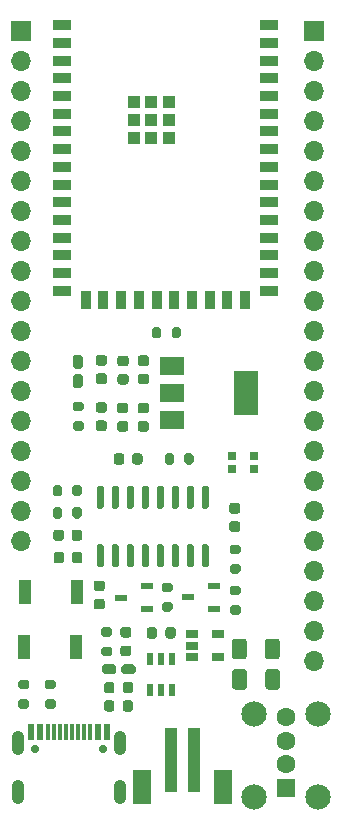
<source format=gbr>
%TF.GenerationSoftware,KiCad,Pcbnew,5.1.10-88a1d61d58~90~ubuntu20.04.1*%
%TF.CreationDate,2021-07-14T19:36:45+05:30*%
%TF.ProjectId,USBee32-S2,55534265-6533-4322-9d53-322e6b696361,rev?*%
%TF.SameCoordinates,Original*%
%TF.FileFunction,Soldermask,Top*%
%TF.FilePolarity,Negative*%
%FSLAX46Y46*%
G04 Gerber Fmt 4.6, Leading zero omitted, Abs format (unit mm)*
G04 Created by KiCad (PCBNEW 5.1.10-88a1d61d58~90~ubuntu20.04.1) date 2021-07-14 19:36:45*
%MOMM*%
%LPD*%
G01*
G04 APERTURE LIST*
%ADD10R,1.600000X3.000000*%
%ADD11R,1.000000X5.500000*%
%ADD12R,0.600000X1.125000*%
%ADD13R,1.050000X0.600000*%
%ADD14R,1.060000X0.650000*%
%ADD15R,2.000000X1.500000*%
%ADD16R,2.000000X3.800000*%
%ADD17R,1.100000X1.100000*%
%ADD18R,1.500000X0.900000*%
%ADD19R,0.900000X1.500000*%
%ADD20C,0.700000*%
%ADD21O,1.050000X2.100000*%
%ADD22R,0.600000X1.450000*%
%ADD23R,0.300000X1.450000*%
%ADD24R,0.700000X0.700000*%
%ADD25C,2.150000*%
%ADD26R,1.600000X1.600000*%
%ADD27C,1.600000*%
%ADD28O,1.700000X1.700000*%
%ADD29R,1.700000X1.700000*%
%ADD30R,1.000000X2.000000*%
G04 APERTURE END LIST*
G36*
G01*
X186580700Y-112312200D02*
X186580700Y-113562200D01*
G75*
G02*
X186330700Y-113812200I-250000J0D01*
G01*
X185580700Y-113812200D01*
G75*
G02*
X185330700Y-113562200I0J250000D01*
G01*
X185330700Y-112312200D01*
G75*
G02*
X185580700Y-112062200I250000J0D01*
G01*
X186330700Y-112062200D01*
G75*
G02*
X186580700Y-112312200I0J-250000D01*
G01*
G37*
G36*
G01*
X189380700Y-112312200D02*
X189380700Y-113562200D01*
G75*
G02*
X189130700Y-113812200I-250000J0D01*
G01*
X188380700Y-113812200D01*
G75*
G02*
X188130700Y-113562200I0J250000D01*
G01*
X188130700Y-112312200D01*
G75*
G02*
X188380700Y-112062200I250000J0D01*
G01*
X189130700Y-112062200D01*
G75*
G02*
X189380700Y-112312200I0J-250000D01*
G01*
G37*
G36*
G01*
X178970000Y-108743750D02*
X178970000Y-109256250D01*
G75*
G02*
X178751250Y-109475000I-218750J0D01*
G01*
X178313750Y-109475000D01*
G75*
G02*
X178095000Y-109256250I0J218750D01*
G01*
X178095000Y-108743750D01*
G75*
G02*
X178313750Y-108525000I218750J0D01*
G01*
X178751250Y-108525000D01*
G75*
G02*
X178970000Y-108743750I0J-218750D01*
G01*
G37*
G36*
G01*
X180545000Y-108743750D02*
X180545000Y-109256250D01*
G75*
G02*
X180326250Y-109475000I-218750J0D01*
G01*
X179888750Y-109475000D01*
G75*
G02*
X179670000Y-109256250I0J218750D01*
G01*
X179670000Y-108743750D01*
G75*
G02*
X179888750Y-108525000I218750J0D01*
G01*
X180326250Y-108525000D01*
G75*
G02*
X180545000Y-108743750I0J-218750D01*
G01*
G37*
D10*
X177721400Y-122047360D03*
X184521400Y-122047360D03*
D11*
X180121400Y-119797360D03*
X182121400Y-119797360D03*
D12*
X180230000Y-111168000D03*
X179280000Y-111168000D03*
X178330000Y-111168000D03*
X178330000Y-113792000D03*
X179280000Y-113792000D03*
X180230000Y-113792000D03*
G36*
G01*
X176585150Y-109389300D02*
X176072650Y-109389300D01*
G75*
G02*
X175853900Y-109170550I0J218750D01*
G01*
X175853900Y-108733050D01*
G75*
G02*
X176072650Y-108514300I218750J0D01*
G01*
X176585150Y-108514300D01*
G75*
G02*
X176803900Y-108733050I0J-218750D01*
G01*
X176803900Y-109170550D01*
G75*
G02*
X176585150Y-109389300I-218750J0D01*
G01*
G37*
G36*
G01*
X176585150Y-110964300D02*
X176072650Y-110964300D01*
G75*
G02*
X175853900Y-110745550I0J218750D01*
G01*
X175853900Y-110308050D01*
G75*
G02*
X176072650Y-110089300I218750J0D01*
G01*
X176585150Y-110089300D01*
G75*
G02*
X176803900Y-110308050I0J-218750D01*
G01*
X176803900Y-110745550D01*
G75*
G02*
X176585150Y-110964300I-218750J0D01*
G01*
G37*
G36*
G01*
X170205000Y-113760000D02*
X169655000Y-113760000D01*
G75*
G02*
X169455000Y-113560000I0J200000D01*
G01*
X169455000Y-113160000D01*
G75*
G02*
X169655000Y-112960000I200000J0D01*
G01*
X170205000Y-112960000D01*
G75*
G02*
X170405000Y-113160000I0J-200000D01*
G01*
X170405000Y-113560000D01*
G75*
G02*
X170205000Y-113760000I-200000J0D01*
G01*
G37*
G36*
G01*
X170205000Y-115410000D02*
X169655000Y-115410000D01*
G75*
G02*
X169455000Y-115210000I0J200000D01*
G01*
X169455000Y-114810000D01*
G75*
G02*
X169655000Y-114610000I200000J0D01*
G01*
X170205000Y-114610000D01*
G75*
G02*
X170405000Y-114810000I0J-200000D01*
G01*
X170405000Y-115210000D01*
G75*
G02*
X170205000Y-115410000I-200000J0D01*
G01*
G37*
D13*
X181594800Y-105990300D03*
X183794800Y-105040300D03*
X183794800Y-106940300D03*
X175892500Y-106015700D03*
X178092500Y-105065700D03*
X178092500Y-106965700D03*
D14*
X184100000Y-109120000D03*
X184100000Y-111020000D03*
X181900000Y-111020000D03*
X181900000Y-110070000D03*
X181900000Y-109120000D03*
G36*
G01*
X180415600Y-93993200D02*
X180415600Y-94543200D01*
G75*
G02*
X180215600Y-94743200I-200000J0D01*
G01*
X179815600Y-94743200D01*
G75*
G02*
X179615600Y-94543200I0J200000D01*
G01*
X179615600Y-93993200D01*
G75*
G02*
X179815600Y-93793200I200000J0D01*
G01*
X180215600Y-93793200D01*
G75*
G02*
X180415600Y-93993200I0J-200000D01*
G01*
G37*
G36*
G01*
X182065600Y-93993200D02*
X182065600Y-94543200D01*
G75*
G02*
X181865600Y-94743200I-200000J0D01*
G01*
X181465600Y-94743200D01*
G75*
G02*
X181265600Y-94543200I0J200000D01*
G01*
X181265600Y-93993200D01*
G75*
G02*
X181465600Y-93793200I200000J0D01*
G01*
X181865600Y-93793200D01*
G75*
G02*
X182065600Y-93993200I0J-200000D01*
G01*
G37*
G36*
G01*
X182887700Y-101495900D02*
X183187700Y-101495900D01*
G75*
G02*
X183337700Y-101645900I0J-150000D01*
G01*
X183337700Y-103295900D01*
G75*
G02*
X183187700Y-103445900I-150000J0D01*
G01*
X182887700Y-103445900D01*
G75*
G02*
X182737700Y-103295900I0J150000D01*
G01*
X182737700Y-101645900D01*
G75*
G02*
X182887700Y-101495900I150000J0D01*
G01*
G37*
G36*
G01*
X181617700Y-101495900D02*
X181917700Y-101495900D01*
G75*
G02*
X182067700Y-101645900I0J-150000D01*
G01*
X182067700Y-103295900D01*
G75*
G02*
X181917700Y-103445900I-150000J0D01*
G01*
X181617700Y-103445900D01*
G75*
G02*
X181467700Y-103295900I0J150000D01*
G01*
X181467700Y-101645900D01*
G75*
G02*
X181617700Y-101495900I150000J0D01*
G01*
G37*
G36*
G01*
X180347700Y-101495900D02*
X180647700Y-101495900D01*
G75*
G02*
X180797700Y-101645900I0J-150000D01*
G01*
X180797700Y-103295900D01*
G75*
G02*
X180647700Y-103445900I-150000J0D01*
G01*
X180347700Y-103445900D01*
G75*
G02*
X180197700Y-103295900I0J150000D01*
G01*
X180197700Y-101645900D01*
G75*
G02*
X180347700Y-101495900I150000J0D01*
G01*
G37*
G36*
G01*
X179077700Y-101495900D02*
X179377700Y-101495900D01*
G75*
G02*
X179527700Y-101645900I0J-150000D01*
G01*
X179527700Y-103295900D01*
G75*
G02*
X179377700Y-103445900I-150000J0D01*
G01*
X179077700Y-103445900D01*
G75*
G02*
X178927700Y-103295900I0J150000D01*
G01*
X178927700Y-101645900D01*
G75*
G02*
X179077700Y-101495900I150000J0D01*
G01*
G37*
G36*
G01*
X177807700Y-101495900D02*
X178107700Y-101495900D01*
G75*
G02*
X178257700Y-101645900I0J-150000D01*
G01*
X178257700Y-103295900D01*
G75*
G02*
X178107700Y-103445900I-150000J0D01*
G01*
X177807700Y-103445900D01*
G75*
G02*
X177657700Y-103295900I0J150000D01*
G01*
X177657700Y-101645900D01*
G75*
G02*
X177807700Y-101495900I150000J0D01*
G01*
G37*
G36*
G01*
X176537700Y-101495900D02*
X176837700Y-101495900D01*
G75*
G02*
X176987700Y-101645900I0J-150000D01*
G01*
X176987700Y-103295900D01*
G75*
G02*
X176837700Y-103445900I-150000J0D01*
G01*
X176537700Y-103445900D01*
G75*
G02*
X176387700Y-103295900I0J150000D01*
G01*
X176387700Y-101645900D01*
G75*
G02*
X176537700Y-101495900I150000J0D01*
G01*
G37*
G36*
G01*
X175267700Y-101495900D02*
X175567700Y-101495900D01*
G75*
G02*
X175717700Y-101645900I0J-150000D01*
G01*
X175717700Y-103295900D01*
G75*
G02*
X175567700Y-103445900I-150000J0D01*
G01*
X175267700Y-103445900D01*
G75*
G02*
X175117700Y-103295900I0J150000D01*
G01*
X175117700Y-101645900D01*
G75*
G02*
X175267700Y-101495900I150000J0D01*
G01*
G37*
G36*
G01*
X173997700Y-101495900D02*
X174297700Y-101495900D01*
G75*
G02*
X174447700Y-101645900I0J-150000D01*
G01*
X174447700Y-103295900D01*
G75*
G02*
X174297700Y-103445900I-150000J0D01*
G01*
X173997700Y-103445900D01*
G75*
G02*
X173847700Y-103295900I0J150000D01*
G01*
X173847700Y-101645900D01*
G75*
G02*
X173997700Y-101495900I150000J0D01*
G01*
G37*
G36*
G01*
X173997700Y-96545900D02*
X174297700Y-96545900D01*
G75*
G02*
X174447700Y-96695900I0J-150000D01*
G01*
X174447700Y-98345900D01*
G75*
G02*
X174297700Y-98495900I-150000J0D01*
G01*
X173997700Y-98495900D01*
G75*
G02*
X173847700Y-98345900I0J150000D01*
G01*
X173847700Y-96695900D01*
G75*
G02*
X173997700Y-96545900I150000J0D01*
G01*
G37*
G36*
G01*
X175267700Y-96545900D02*
X175567700Y-96545900D01*
G75*
G02*
X175717700Y-96695900I0J-150000D01*
G01*
X175717700Y-98345900D01*
G75*
G02*
X175567700Y-98495900I-150000J0D01*
G01*
X175267700Y-98495900D01*
G75*
G02*
X175117700Y-98345900I0J150000D01*
G01*
X175117700Y-96695900D01*
G75*
G02*
X175267700Y-96545900I150000J0D01*
G01*
G37*
G36*
G01*
X176537700Y-96545900D02*
X176837700Y-96545900D01*
G75*
G02*
X176987700Y-96695900I0J-150000D01*
G01*
X176987700Y-98345900D01*
G75*
G02*
X176837700Y-98495900I-150000J0D01*
G01*
X176537700Y-98495900D01*
G75*
G02*
X176387700Y-98345900I0J150000D01*
G01*
X176387700Y-96695900D01*
G75*
G02*
X176537700Y-96545900I150000J0D01*
G01*
G37*
G36*
G01*
X177807700Y-96545900D02*
X178107700Y-96545900D01*
G75*
G02*
X178257700Y-96695900I0J-150000D01*
G01*
X178257700Y-98345900D01*
G75*
G02*
X178107700Y-98495900I-150000J0D01*
G01*
X177807700Y-98495900D01*
G75*
G02*
X177657700Y-98345900I0J150000D01*
G01*
X177657700Y-96695900D01*
G75*
G02*
X177807700Y-96545900I150000J0D01*
G01*
G37*
G36*
G01*
X179077700Y-96545900D02*
X179377700Y-96545900D01*
G75*
G02*
X179527700Y-96695900I0J-150000D01*
G01*
X179527700Y-98345900D01*
G75*
G02*
X179377700Y-98495900I-150000J0D01*
G01*
X179077700Y-98495900D01*
G75*
G02*
X178927700Y-98345900I0J150000D01*
G01*
X178927700Y-96695900D01*
G75*
G02*
X179077700Y-96545900I150000J0D01*
G01*
G37*
G36*
G01*
X180347700Y-96545900D02*
X180647700Y-96545900D01*
G75*
G02*
X180797700Y-96695900I0J-150000D01*
G01*
X180797700Y-98345900D01*
G75*
G02*
X180647700Y-98495900I-150000J0D01*
G01*
X180347700Y-98495900D01*
G75*
G02*
X180197700Y-98345900I0J150000D01*
G01*
X180197700Y-96695900D01*
G75*
G02*
X180347700Y-96545900I150000J0D01*
G01*
G37*
G36*
G01*
X181617700Y-96545900D02*
X181917700Y-96545900D01*
G75*
G02*
X182067700Y-96695900I0J-150000D01*
G01*
X182067700Y-98345900D01*
G75*
G02*
X181917700Y-98495900I-150000J0D01*
G01*
X181617700Y-98495900D01*
G75*
G02*
X181467700Y-98345900I0J150000D01*
G01*
X181467700Y-96695900D01*
G75*
G02*
X181617700Y-96545900I150000J0D01*
G01*
G37*
G36*
G01*
X182887700Y-96545900D02*
X183187700Y-96545900D01*
G75*
G02*
X183337700Y-96695900I0J-150000D01*
G01*
X183337700Y-98345900D01*
G75*
G02*
X183187700Y-98495900I-150000J0D01*
G01*
X182887700Y-98495900D01*
G75*
G02*
X182737700Y-98345900I0J150000D01*
G01*
X182737700Y-96695900D01*
G75*
G02*
X182887700Y-96545900I150000J0D01*
G01*
G37*
D15*
X180192500Y-86392900D03*
X180192500Y-90992900D03*
X180192500Y-88692900D03*
D16*
X186492500Y-88692900D03*
D17*
X176990000Y-64090000D03*
X178490000Y-64090000D03*
X179990000Y-64090000D03*
X179990000Y-65590000D03*
X179990000Y-67090000D03*
X178490000Y-67090000D03*
X176990000Y-67090000D03*
X176990000Y-65590000D03*
X178490000Y-65590000D03*
D18*
X188430000Y-57540000D03*
X188430000Y-59040000D03*
X188430000Y-60540000D03*
X188430000Y-62040000D03*
X188430000Y-63540000D03*
X188430000Y-65040000D03*
X188430000Y-66540000D03*
X188430000Y-68040000D03*
X188430000Y-69540000D03*
X188430000Y-71040000D03*
X188430000Y-72540000D03*
X188430000Y-74040000D03*
X188430000Y-75540000D03*
X188430000Y-77040000D03*
X188430000Y-78540000D03*
X188430000Y-80040000D03*
D19*
X186430000Y-80790000D03*
X184930000Y-80790000D03*
X183430000Y-80790000D03*
X181930000Y-80790000D03*
X180430000Y-80790000D03*
X178930000Y-80790000D03*
X177430000Y-80790000D03*
X175930000Y-80790000D03*
X174430000Y-80790000D03*
X172930000Y-80790000D03*
D18*
X170930000Y-80040000D03*
X170930000Y-78540000D03*
X170930000Y-77040000D03*
X170930000Y-75540000D03*
X170930000Y-74040000D03*
X170930000Y-72540000D03*
X170930000Y-71040000D03*
X170930000Y-69540000D03*
X170930000Y-68040000D03*
X170930000Y-66540000D03*
X170930000Y-65040000D03*
X170930000Y-63540000D03*
X170930000Y-62040000D03*
X170930000Y-60540000D03*
X170930000Y-59040000D03*
X170930000Y-57540000D03*
D20*
X174397500Y-118809280D03*
X168617500Y-118809280D03*
D21*
X175827500Y-122459280D03*
X167187500Y-122459280D03*
X175827500Y-118279280D03*
X167187500Y-118279280D03*
D22*
X174757500Y-117364280D03*
X173957500Y-117364280D03*
D23*
X173257500Y-117364280D03*
X172757500Y-117364280D03*
X172257500Y-117364280D03*
X171757500Y-117364280D03*
X169757500Y-117364280D03*
X170257500Y-117364280D03*
X170757500Y-117364280D03*
X171257500Y-117364280D03*
D22*
X169057500Y-117364280D03*
X168257500Y-117364280D03*
G36*
G01*
X170941400Y-96672900D02*
X170941400Y-97222900D01*
G75*
G02*
X170741400Y-97422900I-200000J0D01*
G01*
X170341400Y-97422900D01*
G75*
G02*
X170141400Y-97222900I0J200000D01*
G01*
X170141400Y-96672900D01*
G75*
G02*
X170341400Y-96472900I200000J0D01*
G01*
X170741400Y-96472900D01*
G75*
G02*
X170941400Y-96672900I0J-200000D01*
G01*
G37*
G36*
G01*
X172591400Y-96672900D02*
X172591400Y-97222900D01*
G75*
G02*
X172391400Y-97422900I-200000J0D01*
G01*
X171991400Y-97422900D01*
G75*
G02*
X171791400Y-97222900I0J200000D01*
G01*
X171791400Y-96672900D01*
G75*
G02*
X171991400Y-96472900I200000J0D01*
G01*
X172391400Y-96472900D01*
G75*
G02*
X172591400Y-96672900I0J-200000D01*
G01*
G37*
G36*
G01*
X175933740Y-112301300D02*
X175933740Y-111876300D01*
G75*
G02*
X176146240Y-111663800I212500J0D01*
G01*
X176946240Y-111663800D01*
G75*
G02*
X177158740Y-111876300I0J-212500D01*
G01*
X177158740Y-112301300D01*
G75*
G02*
X176946240Y-112513800I-212500J0D01*
G01*
X176146240Y-112513800D01*
G75*
G02*
X175933740Y-112301300I0J212500D01*
G01*
G37*
G36*
G01*
X174308740Y-112301300D02*
X174308740Y-111876300D01*
G75*
G02*
X174521240Y-111663800I212500J0D01*
G01*
X175321240Y-111663800D01*
G75*
G02*
X175533740Y-111876300I0J-212500D01*
G01*
X175533740Y-112301300D01*
G75*
G02*
X175321240Y-112513800I-212500J0D01*
G01*
X174521240Y-112513800D01*
G75*
G02*
X174308740Y-112301300I0J212500D01*
G01*
G37*
G36*
G01*
X175363740Y-113374240D02*
X175363740Y-113886740D01*
G75*
G02*
X175144990Y-114105490I-218750J0D01*
G01*
X174707490Y-114105490D01*
G75*
G02*
X174488740Y-113886740I0J218750D01*
G01*
X174488740Y-113374240D01*
G75*
G02*
X174707490Y-113155490I218750J0D01*
G01*
X175144990Y-113155490D01*
G75*
G02*
X175363740Y-113374240I0J-218750D01*
G01*
G37*
G36*
G01*
X176938740Y-113374240D02*
X176938740Y-113886740D01*
G75*
G02*
X176719990Y-114105490I-218750J0D01*
G01*
X176282490Y-114105490D01*
G75*
G02*
X176063740Y-113886740I0J218750D01*
G01*
X176063740Y-113374240D01*
G75*
G02*
X176282490Y-113155490I218750J0D01*
G01*
X176719990Y-113155490D01*
G75*
G02*
X176938740Y-113374240I0J-218750D01*
G01*
G37*
G36*
G01*
X175363740Y-114925930D02*
X175363740Y-115438430D01*
G75*
G02*
X175144990Y-115657180I-218750J0D01*
G01*
X174707490Y-115657180D01*
G75*
G02*
X174488740Y-115438430I0J218750D01*
G01*
X174488740Y-114925930D01*
G75*
G02*
X174707490Y-114707180I218750J0D01*
G01*
X175144990Y-114707180D01*
G75*
G02*
X175363740Y-114925930I0J-218750D01*
G01*
G37*
G36*
G01*
X176938740Y-114925930D02*
X176938740Y-115438430D01*
G75*
G02*
X176719990Y-115657180I-218750J0D01*
G01*
X176282490Y-115657180D01*
G75*
G02*
X176063740Y-115438430I0J218750D01*
G01*
X176063740Y-114925930D01*
G75*
G02*
X176282490Y-114707180I218750J0D01*
G01*
X176719990Y-114707180D01*
G75*
G02*
X176938740Y-114925930I0J-218750D01*
G01*
G37*
D24*
X185330720Y-95117920D03*
X185330720Y-94017920D03*
X187160720Y-94017920D03*
X187160720Y-95117920D03*
D25*
X187192340Y-122854000D03*
X187192340Y-115854000D03*
X192632340Y-115854000D03*
X192632340Y-122854000D03*
D26*
X189912340Y-122124000D03*
D27*
X189912340Y-120124000D03*
X189912340Y-118124000D03*
X189912340Y-116124000D03*
G36*
G01*
X174978300Y-109327000D02*
X174428300Y-109327000D01*
G75*
G02*
X174228300Y-109127000I0J200000D01*
G01*
X174228300Y-108727000D01*
G75*
G02*
X174428300Y-108527000I200000J0D01*
G01*
X174978300Y-108527000D01*
G75*
G02*
X175178300Y-108727000I0J-200000D01*
G01*
X175178300Y-109127000D01*
G75*
G02*
X174978300Y-109327000I-200000J0D01*
G01*
G37*
G36*
G01*
X174978300Y-110977000D02*
X174428300Y-110977000D01*
G75*
G02*
X174228300Y-110777000I0J200000D01*
G01*
X174228300Y-110377000D01*
G75*
G02*
X174428300Y-110177000I200000J0D01*
G01*
X174978300Y-110177000D01*
G75*
G02*
X175178300Y-110377000I0J-200000D01*
G01*
X175178300Y-110777000D01*
G75*
G02*
X174978300Y-110977000I-200000J0D01*
G01*
G37*
G36*
G01*
X175840800Y-87074800D02*
X176340800Y-87074800D01*
G75*
G02*
X176565800Y-87299800I0J-225000D01*
G01*
X176565800Y-87749800D01*
G75*
G02*
X176340800Y-87974800I-225000J0D01*
G01*
X175840800Y-87974800D01*
G75*
G02*
X175615800Y-87749800I0J225000D01*
G01*
X175615800Y-87299800D01*
G75*
G02*
X175840800Y-87074800I225000J0D01*
G01*
G37*
G36*
G01*
X175840800Y-85524800D02*
X176340800Y-85524800D01*
G75*
G02*
X176565800Y-85749800I0J-225000D01*
G01*
X176565800Y-86199800D01*
G75*
G02*
X176340800Y-86424800I-225000J0D01*
G01*
X175840800Y-86424800D01*
G75*
G02*
X175615800Y-86199800I0J225000D01*
G01*
X175615800Y-85749800D01*
G75*
G02*
X175840800Y-85524800I225000J0D01*
G01*
G37*
G36*
G01*
X175802700Y-91062300D02*
X176302700Y-91062300D01*
G75*
G02*
X176527700Y-91287300I0J-225000D01*
G01*
X176527700Y-91737300D01*
G75*
G02*
X176302700Y-91962300I-225000J0D01*
G01*
X175802700Y-91962300D01*
G75*
G02*
X175577700Y-91737300I0J225000D01*
G01*
X175577700Y-91287300D01*
G75*
G02*
X175802700Y-91062300I225000J0D01*
G01*
G37*
G36*
G01*
X175802700Y-89512300D02*
X176302700Y-89512300D01*
G75*
G02*
X176527700Y-89737300I0J-225000D01*
G01*
X176527700Y-90187300D01*
G75*
G02*
X176302700Y-90412300I-225000J0D01*
G01*
X175802700Y-90412300D01*
G75*
G02*
X175577700Y-90187300I0J225000D01*
G01*
X175577700Y-89737300D01*
G75*
G02*
X175802700Y-89512300I225000J0D01*
G01*
G37*
G36*
G01*
X188105300Y-110984100D02*
X188105300Y-109734100D01*
G75*
G02*
X188355300Y-109484100I250000J0D01*
G01*
X189105300Y-109484100D01*
G75*
G02*
X189355300Y-109734100I0J-250000D01*
G01*
X189355300Y-110984100D01*
G75*
G02*
X189105300Y-111234100I-250000J0D01*
G01*
X188355300Y-111234100D01*
G75*
G02*
X188105300Y-110984100I0J250000D01*
G01*
G37*
G36*
G01*
X185305300Y-110984100D02*
X185305300Y-109734100D01*
G75*
G02*
X185555300Y-109484100I250000J0D01*
G01*
X186305300Y-109484100D01*
G75*
G02*
X186555300Y-109734100I0J-250000D01*
G01*
X186555300Y-110984100D01*
G75*
G02*
X186305300Y-111234100I-250000J0D01*
G01*
X185555300Y-111234100D01*
G75*
G02*
X185305300Y-110984100I0J250000D01*
G01*
G37*
D28*
X192220000Y-111355000D03*
X192220000Y-108815000D03*
X192220000Y-106275000D03*
X192220000Y-103735000D03*
X192220000Y-101195000D03*
X192220000Y-98655000D03*
X192220000Y-96115000D03*
X192220000Y-93575000D03*
X192220000Y-91035000D03*
X192220000Y-88495000D03*
X192220000Y-85955000D03*
X192220000Y-83415000D03*
X192220000Y-80875000D03*
X192220000Y-78335000D03*
X192220000Y-75795000D03*
X192220000Y-73255000D03*
X192220000Y-70715000D03*
X192220000Y-68175000D03*
X192220000Y-65635000D03*
X192220000Y-63095000D03*
X192220000Y-60555000D03*
D29*
X192220000Y-58015000D03*
G36*
G01*
X185789600Y-98896200D02*
X185289600Y-98896200D01*
G75*
G02*
X185064600Y-98671200I0J225000D01*
G01*
X185064600Y-98221200D01*
G75*
G02*
X185289600Y-97996200I225000J0D01*
G01*
X185789600Y-97996200D01*
G75*
G02*
X186014600Y-98221200I0J-225000D01*
G01*
X186014600Y-98671200D01*
G75*
G02*
X185789600Y-98896200I-225000J0D01*
G01*
G37*
G36*
G01*
X185789600Y-100446200D02*
X185289600Y-100446200D01*
G75*
G02*
X185064600Y-100221200I0J225000D01*
G01*
X185064600Y-99771200D01*
G75*
G02*
X185289600Y-99546200I225000J0D01*
G01*
X185789600Y-99546200D01*
G75*
G02*
X186014600Y-99771200I0J-225000D01*
G01*
X186014600Y-100221200D01*
G75*
G02*
X185789600Y-100446200I-225000J0D01*
G01*
G37*
D30*
X172156700Y-105558500D03*
X167756700Y-105558500D03*
X172118600Y-110194000D03*
X167718600Y-110194000D03*
G36*
G01*
X179549600Y-106389900D02*
X180099600Y-106389900D01*
G75*
G02*
X180299600Y-106589900I0J-200000D01*
G01*
X180299600Y-106989900D01*
G75*
G02*
X180099600Y-107189900I-200000J0D01*
G01*
X179549600Y-107189900D01*
G75*
G02*
X179349600Y-106989900I0J200000D01*
G01*
X179349600Y-106589900D01*
G75*
G02*
X179549600Y-106389900I200000J0D01*
G01*
G37*
G36*
G01*
X179549600Y-104739900D02*
X180099600Y-104739900D01*
G75*
G02*
X180299600Y-104939900I0J-200000D01*
G01*
X180299600Y-105339900D01*
G75*
G02*
X180099600Y-105539900I-200000J0D01*
G01*
X179549600Y-105539900D01*
G75*
G02*
X179349600Y-105339900I0J200000D01*
G01*
X179349600Y-104939900D01*
G75*
G02*
X179549600Y-104739900I200000J0D01*
G01*
G37*
G36*
G01*
X172018500Y-91074200D02*
X172568500Y-91074200D01*
G75*
G02*
X172768500Y-91274200I0J-200000D01*
G01*
X172768500Y-91674200D01*
G75*
G02*
X172568500Y-91874200I-200000J0D01*
G01*
X172018500Y-91874200D01*
G75*
G02*
X171818500Y-91674200I0J200000D01*
G01*
X171818500Y-91274200D01*
G75*
G02*
X172018500Y-91074200I200000J0D01*
G01*
G37*
G36*
G01*
X172018500Y-89424200D02*
X172568500Y-89424200D01*
G75*
G02*
X172768500Y-89624200I0J-200000D01*
G01*
X172768500Y-90024200D01*
G75*
G02*
X172568500Y-90224200I-200000J0D01*
G01*
X172018500Y-90224200D01*
G75*
G02*
X171818500Y-90024200I0J200000D01*
G01*
X171818500Y-89624200D01*
G75*
G02*
X172018500Y-89424200I200000J0D01*
G01*
G37*
D28*
X167430000Y-101195000D03*
X167430000Y-98655000D03*
X167430000Y-96115000D03*
X167430000Y-93575000D03*
X167430000Y-91035000D03*
X167430000Y-88495000D03*
X167430000Y-85955000D03*
X167430000Y-83415000D03*
X167430000Y-80875000D03*
X167430000Y-78335000D03*
X167430000Y-75795000D03*
X167430000Y-73255000D03*
X167430000Y-70715000D03*
X167430000Y-68175000D03*
X167430000Y-65635000D03*
X167430000Y-63095000D03*
X167430000Y-60555000D03*
D29*
X167430000Y-58015000D03*
G36*
G01*
X172465360Y-86664400D02*
X172040360Y-86664400D01*
G75*
G02*
X171827860Y-86451900I0J212500D01*
G01*
X171827860Y-85651900D01*
G75*
G02*
X172040360Y-85439400I212500J0D01*
G01*
X172465360Y-85439400D01*
G75*
G02*
X172677860Y-85651900I0J-212500D01*
G01*
X172677860Y-86451900D01*
G75*
G02*
X172465360Y-86664400I-212500J0D01*
G01*
G37*
G36*
G01*
X172465360Y-88289400D02*
X172040360Y-88289400D01*
G75*
G02*
X171827860Y-88076900I0J212500D01*
G01*
X171827860Y-87276900D01*
G75*
G02*
X172040360Y-87064400I212500J0D01*
G01*
X172465360Y-87064400D01*
G75*
G02*
X172677860Y-87276900I0J-212500D01*
G01*
X172677860Y-88076900D01*
G75*
G02*
X172465360Y-88289400I-212500J0D01*
G01*
G37*
G36*
G01*
X177568000Y-87049400D02*
X178068000Y-87049400D01*
G75*
G02*
X178293000Y-87274400I0J-225000D01*
G01*
X178293000Y-87724400D01*
G75*
G02*
X178068000Y-87949400I-225000J0D01*
G01*
X177568000Y-87949400D01*
G75*
G02*
X177343000Y-87724400I0J225000D01*
G01*
X177343000Y-87274400D01*
G75*
G02*
X177568000Y-87049400I225000J0D01*
G01*
G37*
G36*
G01*
X177568000Y-85499400D02*
X178068000Y-85499400D01*
G75*
G02*
X178293000Y-85724400I0J-225000D01*
G01*
X178293000Y-86174400D01*
G75*
G02*
X178068000Y-86399400I-225000J0D01*
G01*
X177568000Y-86399400D01*
G75*
G02*
X177343000Y-86174400I0J225000D01*
G01*
X177343000Y-85724400D01*
G75*
G02*
X177568000Y-85499400I225000J0D01*
G01*
G37*
G36*
G01*
X173821500Y-106112100D02*
X174321500Y-106112100D01*
G75*
G02*
X174546500Y-106337100I0J-225000D01*
G01*
X174546500Y-106787100D01*
G75*
G02*
X174321500Y-107012100I-225000J0D01*
G01*
X173821500Y-107012100D01*
G75*
G02*
X173596500Y-106787100I0J225000D01*
G01*
X173596500Y-106337100D01*
G75*
G02*
X173821500Y-106112100I225000J0D01*
G01*
G37*
G36*
G01*
X173821500Y-104562100D02*
X174321500Y-104562100D01*
G75*
G02*
X174546500Y-104787100I0J-225000D01*
G01*
X174546500Y-105237100D01*
G75*
G02*
X174321500Y-105462100I-225000J0D01*
G01*
X173821500Y-105462100D01*
G75*
G02*
X173596500Y-105237100I0J225000D01*
G01*
X173596500Y-104787100D01*
G75*
G02*
X173821500Y-104562100I225000J0D01*
G01*
G37*
G36*
G01*
X171079500Y-100482500D02*
X171079500Y-100982500D01*
G75*
G02*
X170854500Y-101207500I-225000J0D01*
G01*
X170404500Y-101207500D01*
G75*
G02*
X170179500Y-100982500I0J225000D01*
G01*
X170179500Y-100482500D01*
G75*
G02*
X170404500Y-100257500I225000J0D01*
G01*
X170854500Y-100257500D01*
G75*
G02*
X171079500Y-100482500I0J-225000D01*
G01*
G37*
G36*
G01*
X172629500Y-100482500D02*
X172629500Y-100982500D01*
G75*
G02*
X172404500Y-101207500I-225000J0D01*
G01*
X171954500Y-101207500D01*
G75*
G02*
X171729500Y-100982500I0J225000D01*
G01*
X171729500Y-100482500D01*
G75*
G02*
X171954500Y-100257500I225000J0D01*
G01*
X172404500Y-100257500D01*
G75*
G02*
X172629500Y-100482500I0J-225000D01*
G01*
G37*
G36*
G01*
X176197600Y-94018200D02*
X176197600Y-94518200D01*
G75*
G02*
X175972600Y-94743200I-225000J0D01*
G01*
X175522600Y-94743200D01*
G75*
G02*
X175297600Y-94518200I0J225000D01*
G01*
X175297600Y-94018200D01*
G75*
G02*
X175522600Y-93793200I225000J0D01*
G01*
X175972600Y-93793200D01*
G75*
G02*
X176197600Y-94018200I0J-225000D01*
G01*
G37*
G36*
G01*
X177747600Y-94018200D02*
X177747600Y-94518200D01*
G75*
G02*
X177522600Y-94743200I-225000J0D01*
G01*
X177072600Y-94743200D01*
G75*
G02*
X176847600Y-94518200I0J225000D01*
G01*
X176847600Y-94018200D01*
G75*
G02*
X177072600Y-93793200I225000J0D01*
G01*
X177522600Y-93793200D01*
G75*
G02*
X177747600Y-94018200I0J-225000D01*
G01*
G37*
G36*
G01*
X167955000Y-113755000D02*
X167405000Y-113755000D01*
G75*
G02*
X167205000Y-113555000I0J200000D01*
G01*
X167205000Y-113155000D01*
G75*
G02*
X167405000Y-112955000I200000J0D01*
G01*
X167955000Y-112955000D01*
G75*
G02*
X168155000Y-113155000I0J-200000D01*
G01*
X168155000Y-113555000D01*
G75*
G02*
X167955000Y-113755000I-200000J0D01*
G01*
G37*
G36*
G01*
X167955000Y-115405000D02*
X167405000Y-115405000D01*
G75*
G02*
X167205000Y-115205000I0J200000D01*
G01*
X167205000Y-114805000D01*
G75*
G02*
X167405000Y-114605000I200000J0D01*
G01*
X167955000Y-114605000D01*
G75*
G02*
X168155000Y-114805000I0J-200000D01*
G01*
X168155000Y-115205000D01*
G75*
G02*
X167955000Y-115405000I-200000J0D01*
G01*
G37*
G36*
G01*
X179341180Y-83312500D02*
X179341180Y-83862500D01*
G75*
G02*
X179141180Y-84062500I-200000J0D01*
G01*
X178741180Y-84062500D01*
G75*
G02*
X178541180Y-83862500I0J200000D01*
G01*
X178541180Y-83312500D01*
G75*
G02*
X178741180Y-83112500I200000J0D01*
G01*
X179141180Y-83112500D01*
G75*
G02*
X179341180Y-83312500I0J-200000D01*
G01*
G37*
G36*
G01*
X180991180Y-83312500D02*
X180991180Y-83862500D01*
G75*
G02*
X180791180Y-84062500I-200000J0D01*
G01*
X180391180Y-84062500D01*
G75*
G02*
X180191180Y-83862500I0J200000D01*
G01*
X180191180Y-83312500D01*
G75*
G02*
X180391180Y-83112500I200000J0D01*
G01*
X180791180Y-83112500D01*
G75*
G02*
X180991180Y-83312500I0J-200000D01*
G01*
G37*
G36*
G01*
X185852700Y-102326800D02*
X185302700Y-102326800D01*
G75*
G02*
X185102700Y-102126800I0J200000D01*
G01*
X185102700Y-101726800D01*
G75*
G02*
X185302700Y-101526800I200000J0D01*
G01*
X185852700Y-101526800D01*
G75*
G02*
X186052700Y-101726800I0J-200000D01*
G01*
X186052700Y-102126800D01*
G75*
G02*
X185852700Y-102326800I-200000J0D01*
G01*
G37*
G36*
G01*
X185852700Y-103976800D02*
X185302700Y-103976800D01*
G75*
G02*
X185102700Y-103776800I0J200000D01*
G01*
X185102700Y-103376800D01*
G75*
G02*
X185302700Y-103176800I200000J0D01*
G01*
X185852700Y-103176800D01*
G75*
G02*
X186052700Y-103376800I0J-200000D01*
G01*
X186052700Y-103776800D01*
G75*
G02*
X185852700Y-103976800I-200000J0D01*
G01*
G37*
G36*
G01*
X170141400Y-99115200D02*
X170141400Y-98565200D01*
G75*
G02*
X170341400Y-98365200I200000J0D01*
G01*
X170741400Y-98365200D01*
G75*
G02*
X170941400Y-98565200I0J-200000D01*
G01*
X170941400Y-99115200D01*
G75*
G02*
X170741400Y-99315200I-200000J0D01*
G01*
X170341400Y-99315200D01*
G75*
G02*
X170141400Y-99115200I0J200000D01*
G01*
G37*
G36*
G01*
X171791400Y-99115200D02*
X171791400Y-98565200D01*
G75*
G02*
X171991400Y-98365200I200000J0D01*
G01*
X172391400Y-98365200D01*
G75*
G02*
X172591400Y-98565200I0J-200000D01*
G01*
X172591400Y-99115200D01*
G75*
G02*
X172391400Y-99315200I-200000J0D01*
G01*
X171991400Y-99315200D01*
G75*
G02*
X171791400Y-99115200I0J200000D01*
G01*
G37*
G36*
G01*
X171754900Y-102874800D02*
X171754900Y-102374800D01*
G75*
G02*
X171979900Y-102149800I225000J0D01*
G01*
X172429900Y-102149800D01*
G75*
G02*
X172654900Y-102374800I0J-225000D01*
G01*
X172654900Y-102874800D01*
G75*
G02*
X172429900Y-103099800I-225000J0D01*
G01*
X171979900Y-103099800D01*
G75*
G02*
X171754900Y-102874800I0J225000D01*
G01*
G37*
G36*
G01*
X170204900Y-102874800D02*
X170204900Y-102374800D01*
G75*
G02*
X170429900Y-102149800I225000J0D01*
G01*
X170879900Y-102149800D01*
G75*
G02*
X171104900Y-102374800I0J-225000D01*
G01*
X171104900Y-102874800D01*
G75*
G02*
X170879900Y-103099800I-225000J0D01*
G01*
X170429900Y-103099800D01*
G75*
G02*
X170204900Y-102874800I0J225000D01*
G01*
G37*
G36*
G01*
X174512000Y-86374000D02*
X174012000Y-86374000D01*
G75*
G02*
X173787000Y-86149000I0J225000D01*
G01*
X173787000Y-85699000D01*
G75*
G02*
X174012000Y-85474000I225000J0D01*
G01*
X174512000Y-85474000D01*
G75*
G02*
X174737000Y-85699000I0J-225000D01*
G01*
X174737000Y-86149000D01*
G75*
G02*
X174512000Y-86374000I-225000J0D01*
G01*
G37*
G36*
G01*
X174512000Y-87924000D02*
X174012000Y-87924000D01*
G75*
G02*
X173787000Y-87699000I0J225000D01*
G01*
X173787000Y-87249000D01*
G75*
G02*
X174012000Y-87024000I225000J0D01*
G01*
X174512000Y-87024000D01*
G75*
G02*
X174737000Y-87249000I0J-225000D01*
G01*
X174737000Y-87699000D01*
G75*
G02*
X174512000Y-87924000I-225000J0D01*
G01*
G37*
G36*
G01*
X173999300Y-91011500D02*
X174499300Y-91011500D01*
G75*
G02*
X174724300Y-91236500I0J-225000D01*
G01*
X174724300Y-91686500D01*
G75*
G02*
X174499300Y-91911500I-225000J0D01*
G01*
X173999300Y-91911500D01*
G75*
G02*
X173774300Y-91686500I0J225000D01*
G01*
X173774300Y-91236500D01*
G75*
G02*
X173999300Y-91011500I225000J0D01*
G01*
G37*
G36*
G01*
X173999300Y-89461500D02*
X174499300Y-89461500D01*
G75*
G02*
X174724300Y-89686500I0J-225000D01*
G01*
X174724300Y-90136500D01*
G75*
G02*
X174499300Y-90361500I-225000J0D01*
G01*
X173999300Y-90361500D01*
G75*
G02*
X173774300Y-90136500I0J225000D01*
G01*
X173774300Y-89686500D01*
G75*
G02*
X173999300Y-89461500I225000J0D01*
G01*
G37*
G36*
G01*
X177555300Y-91062600D02*
X178055300Y-91062600D01*
G75*
G02*
X178280300Y-91287600I0J-225000D01*
G01*
X178280300Y-91737600D01*
G75*
G02*
X178055300Y-91962600I-225000J0D01*
G01*
X177555300Y-91962600D01*
G75*
G02*
X177330300Y-91737600I0J225000D01*
G01*
X177330300Y-91287600D01*
G75*
G02*
X177555300Y-91062600I225000J0D01*
G01*
G37*
G36*
G01*
X177555300Y-89512600D02*
X178055300Y-89512600D01*
G75*
G02*
X178280300Y-89737600I0J-225000D01*
G01*
X178280300Y-90187600D01*
G75*
G02*
X178055300Y-90412600I-225000J0D01*
G01*
X177555300Y-90412600D01*
G75*
G02*
X177330300Y-90187600I0J225000D01*
G01*
X177330300Y-89737600D01*
G75*
G02*
X177555300Y-89512600I225000J0D01*
G01*
G37*
G36*
G01*
X185315400Y-106643900D02*
X185865400Y-106643900D01*
G75*
G02*
X186065400Y-106843900I0J-200000D01*
G01*
X186065400Y-107243900D01*
G75*
G02*
X185865400Y-107443900I-200000J0D01*
G01*
X185315400Y-107443900D01*
G75*
G02*
X185115400Y-107243900I0J200000D01*
G01*
X185115400Y-106843900D01*
G75*
G02*
X185315400Y-106643900I200000J0D01*
G01*
G37*
G36*
G01*
X185315400Y-104993900D02*
X185865400Y-104993900D01*
G75*
G02*
X186065400Y-105193900I0J-200000D01*
G01*
X186065400Y-105593900D01*
G75*
G02*
X185865400Y-105793900I-200000J0D01*
G01*
X185315400Y-105793900D01*
G75*
G02*
X185115400Y-105593900I0J200000D01*
G01*
X185115400Y-105193900D01*
G75*
G02*
X185315400Y-104993900I200000J0D01*
G01*
G37*
M02*

</source>
